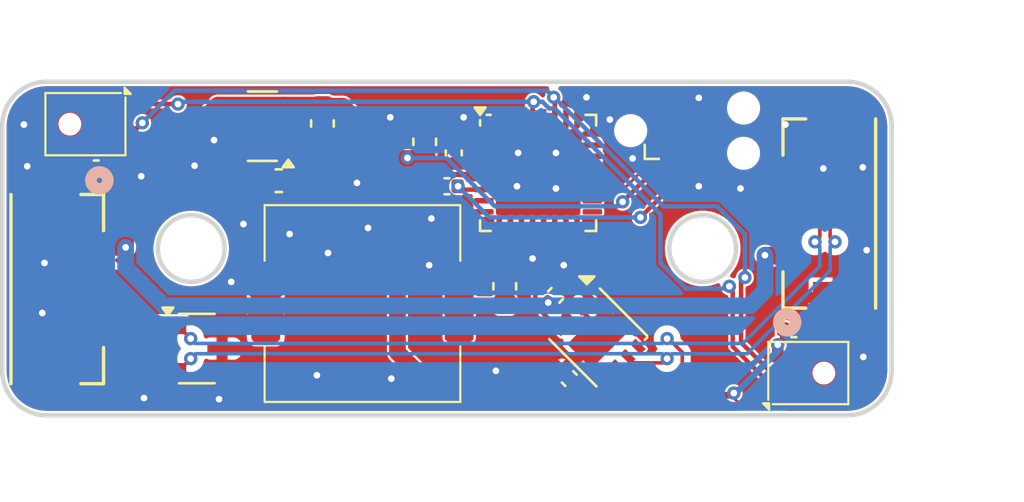
<source format=kicad_pcb>
(kicad_pcb (version 20241229) (generator "pcbnew") (generator_version "9.0")
  (layers (0 "F.Cu" signal) (4 "In1.Cu" signal) (6 "In2.Cu" signal) (2 "B.Cu" signal) (13 "F.Paste" user) (15 "B.Paste" user) (5 "F.SilkS" user "F.Silkscreen") (7 "B.SilkS" user "B.Silkscreen") (1 "F.Mask" user) (3 "B.Mask" user) (25 "Edge.Cuts" user))
  (net 0 "")
  (net 1 "+3V3")
  (net 2 "GND")
  (net 3 "+5V")
  (net 4 "Net-(C14-Pad2)")
  (net 5 "/RESET")
  (net 6 "/SWO")
  (net 7 "/SWDIO")
  (net 8 "/SWCLK")
  (net 9 "/I2S_CLK")
  (net 10 "/STBY")
  (net 11 "/CAN_RX")
  (net 15 "/CAN_TX")
  (net 18 "/SPEAKER")
  (net 22 "/I2S_SD")
  (net 36 "/CAN+")
  (net 37 "/CAN-")
  (footprint "Package_DFN_QFN:QFN-32-1EP_5x5mm_P0.5mm_EP3.45x3.45mm" (layer "F.Cu") (at 202.8 55.7)
    (property "Reference" "U2")
    (property "Value" "STM32G0B1KBUx")
    (fp_line (start -2.61 -2.135) (end -2.61 -2.37) (stroke (width 0.12)) (layer "F.SilkS"))
    (fp_line (start -2.61 2.61) (end -2.61 2.135) (stroke (width 0.12)) (layer "F.SilkS"))
    (fp_line (start -2.135 -2.61) (end -2.31 -2.61) (stroke (width 0.12)) (layer "F.SilkS"))
    (fp_line (start -2.135 2.61) (end -2.61 2.61) (stroke (width 0.12)) (layer "F.SilkS"))
    (fp_line (start 2.135 -2.61) (end 2.61 -2.61) (stroke (width 0.12)) (layer "F.SilkS"))
    (fp_line (start 2.135 2.61) (end 2.61 2.61) (stroke (width 0.12)) (layer "F.SilkS"))
    (fp_line (start 2.61 -2.61) (end 2.61 -2.135) (stroke (width 0.12)) (layer "F.SilkS"))
    (fp_line (start 2.61 2.61) (end 2.61 2.135) (stroke (width 0.12)) (layer "F.SilkS"))
    (fp_poly (pts (xy -2.61 -2.61) (xy -2.85 -2.94) (xy -2.37 -2.94)) (stroke (width 0.12)) (fill yes) (layer "F.SilkS"))
    (pad "1" smd roundrect (at -2.4375 -1.75) (size 0.875 0.25) (layers "F.Cu" "F.Mask" "F.Paste"))
    (pad "2" smd roundrect (at -2.4375 -1.25) (size 0.875 0.25) (layers "F.Cu" "F.Mask" "F.Paste"))
    (pad "3" smd roundrect (at -2.4375 -0.75) (size 0.875 0.25) (layers "F.Cu" "F.Mask" "F.Paste"))
    (pad "4" smd roundrect (at -2.4375 -0.25) (size 0.875 0.25) (layers "F.Cu" "F.Mask" "F.Paste") (net 1 "+3V3"))
    (pad "5" smd roundrect (at -2.4375 0.25) (size 0.875 0.25) (layers "F.Cu" "F.Mask" "F.Paste") (net 2 "GND"))
    (pad "6" smd roundrect (at -2.4375 0.75) (size 0.875 0.25) (layers "F.Cu" "F.Mask" "F.Paste") (net 5 "/RESET"))
    (pad "7" smd roundrect (at -2.4375 1.25) (size 0.875 0.25) (layers "F.Cu" "F.Mask" "F.Paste"))
    (pad "8" smd roundrect (at -2.4375 1.75) (size 0.875 0.25) (layers "F.Cu" "F.Mask" "F.Paste"))
    (pad "9" smd roundrect (at -1.75 2.4375) (size 0.25 0.875) (layers "F.Cu" "F.Mask" "F.Paste"))
    (pad "10" smd roundrect (at -1.25 2.4375) (size 0.25 0.875) (layers "F.Cu" "F.Mask" "F.Paste"))
    (pad "11" smd roundrect (at -0.75 2.4375) (size 0.25 0.875) (layers "F.Cu" "F.Mask" "F.Paste") (net 18 "/SPEAKER"))
    (pad "12" smd roundrect (at -0.25 2.4375) (size 0.25 0.875) (layers "F.Cu" "F.Mask" "F.Paste"))
    (pad "13" smd roundrect (at 0.25 2.4375) (size 0.25 0.875) (layers "F.Cu" "F.Mask" "F.Paste"))
    (pad "14" smd roundrect (at 0.75 2.4375) (size 0.25 0.875) (layers "F.Cu" "F.Mask" "F.Paste"))
    (pad "15" smd roundrect (at 1.25 2.4375) (size 0.25 0.875) (layers "F.Cu" "F.Mask" "F.Paste") (net 11 "/CAN_RX"))
    (pad "16" smd roundrect (at 1.75 2.4375) (size 0.25 0.875) (layers "F.Cu" "F.Mask" "F.Paste") (net 15 "/CAN_TX"))
    (pad "17" smd roundrect (at 2.4375 1.75) (size 0.875 0.25) (layers "F.Cu" "F.Mask" "F.Paste"))
    (pad "18" smd roundrect (at 2.4375 1.25) (size 0.875 0.25) (layers "F.Cu" "F.Mask" "F.Paste"))
    (pad "19" smd roundrect (at 2.4375 0.75) (size 0.875 0.25) (layers "F.Cu" "F.Mask" "F.Paste") (net 6 "/SWO"))
    (pad "20" smd roundrect (at 2.4375 0.25) (size 0.875 0.25) (layers "F.Cu" "F.Mask" "F.Paste"))
    (pad "21" smd roundrect (at 2.4375 -0.25) (size 0.875 0.25) (layers "F.Cu" "F.Mask" "F.Paste"))
    (pad "22" smd roundrect (at 2.4375 -0.75) (size 0.875 0.25) (layers "F.Cu" "F.Mask" "F.Paste"))
    (pad "23" smd roundrect (at 2.4375 -1.25) (size 0.875 0.25) (layers "F.Cu" "F.Mask" "F.Paste"))
    (pad "24" smd roundrect (at 2.4375 -1.75) (size 0.875 0.25) (layers "F.Cu" "F.Mask" "F.Paste") (net 7 "/SWDIO"))
    (pad "25" smd roundrect (at 1.75 -2.4375) (size 0.25 0.875) (layers "F.Cu" "F.Mask" "F.Paste") (net 8 "/SWCLK"))
    (pad "26" smd roundrect (at 1.25 -2.4375) (size 0.25 0.875) (layers "F.Cu" "F.Mask" "F.Paste"))
    (pad "27" smd roundrect (at 0.75 -2.4375) (size 0.25 0.875) (layers "F.Cu" "F.Mask" "F.Paste") (net 9 "/I2S_CLK"))
    (pad "28" smd roundrect (at 0.25 -2.4375) (size 0.25 0.875) (layers "F.Cu" "F.Mask" "F.Paste"))
    (pad "29" smd roundrect (at -0.25 -2.4375) (size 0.25 0.875) (layers "F.Cu" "F.Mask" "F.Paste") (net 22 "/I2S_SD"))
    (pad "30" smd roundrect (at -0.75 -2.4375) (size 0.25 0.875) (layers "F.Cu" "F.Mask" "F.Paste"))
    (pad "31" smd roundrect (at -1.25 -2.4375) (size 0.25 0.875) (layers "F.Cu" "F.Mask" "F.Paste"))
    (pad "32" smd roundrect (at -1.75 -2.4375) (size 0.25 0.875) (layers "F.Cu" "F.Mask" "F.Paste"))
    (pad "33" smd rect (at 0 0) (size 3.45 3.45) (property pad_prop_heatsink) (layers "F.Cu" "F.Mask") (net 2 "GND"))
  )
  (footprint "Connector:Tag-Connect_TC2030-IDC-NL_2x03_P1.27mm_Vertical" (layer "F.Cu") (at 209.5 53.8)
    (property "Reference" "J4")
    (property "Value" "Conn_ARM_SWD_TagConnect_TC2030-NL")
    (fp_line (start -1.905 1.27) (end -1.905 0.635) (stroke (width 0.12)) (layer "F.SilkS"))
    (fp_line (start -1.27 1.27) (end -1.905 1.27) (stroke (width 0.12)) (layer "F.SilkS"))
    (pad "" np_thru_hole circle (at -2.54 0) (size 0.9906 0.9906) (drill 0.9906) (layers "*.Cu" "*.Mask"))
    (pad "" np_thru_hole circle (at 2.54 -1.016) (size 0.9906 0.9906) (drill 0.9906) (layers "*.Cu" "*.Mask"))
    (pad "" np_thru_hole circle (at 2.54 1.016) (size 0.9906 0.9906) (drill 0.9906) (layers "*.Cu" "*.Mask"))
    (pad "1" connect circle (at -1.27 0.635) (size 0.7874 0.7874) (layers "F.Cu" "F.Mask") (net 1 "+3V3"))
    (pad "2" connect circle (at -1.27 -0.635) (size 0.7874 0.7874) (layers "F.Cu" "F.Mask") (net 7 "/SWDIO"))
    (pad "3" connect circle (at 0 0.635) (size 0.7874 0.7874) (layers "F.Cu" "F.Mask") (net 5 "/RESET"))
    (pad "4" connect circle (at 0 -0.635) (size 0.7874 0.7874) (layers "F.Cu" "F.Mask") (net 8 "/SWCLK"))
    (pad "5" connect circle (at 1.27 0.635) (size 0.7874 0.7874) (layers "F.Cu" "F.Mask") (net 2 "GND"))
    (pad "6" connect circle (at 1.27 -0.635) (size 0.7874 0.7874) (layers "F.Cu" "F.Mask") (net 6 "/SWO"))
    (zone (net 0) (net_name "") (layer "F.Cu") (connect_pads (clearance 0)) (min_thickness 0.254)
      (keepout (tracks allowed) (vias not_allowed) (pads allowed) (copperpour not_allowed) (footprints not_allowed))
      (fill (thermal_gap 0.508) (thermal_bridge_width 0.508))
      (polygon (pts (xy 210.77 53.165) (xy 208.23 53.165) (xy 208.23 54.435) (xy 210.77 54.435)))
    )
  )
  (footprint "Capacitor_SMD:C_0603_1608Metric" (layer "F.Cu") (at 197.7 54.3 90)
    (property "Reference" "C13")
    (property "Value" "4.7u")
    (fp_line (start -0.140581 -0.51) (end 0.140581 -0.51) (stroke (width 0.12)) (layer "F.SilkS"))
    (fp_line (start -0.140581 0.51) (end 0.140581 0.51) (stroke (width 0.12)) (layer "F.SilkS"))
    (pad "1" smd roundrect (at -0.775 0 90) (size 0.9 0.95) (layers "F.Cu" "F.Mask" "F.Paste") (net 1 "+3V3"))
    (pad "2" smd roundrect (at 0.775 0 90) (size 0.9 0.95) (layers "F.Cu" "F.Mask" "F.Paste") (net 2 "GND"))
  )
  (footprint "Package_TO_SOT_SMD:SOT-23" (layer "F.Cu") (at 190.4 53.6 180)
    (property "Reference" "U3")
    (property "Value" "MCP1792x-3302xCB")
    (fp_line (start 0 1.560001) (end 0.65 1.56) (stroke (width 0.12)) (layer "F.SilkS"))
    (fp_line (start 0 1.560001) (end -0.65 1.56) (stroke (width 0.12)) (layer "F.SilkS"))
    (fp_line (start 0 -1.560001) (end 0.65 -1.56) (stroke (width 0.12)) (layer "F.SilkS"))
    (fp_line (start 0 -1.560001) (end -0.65 -1.56) (stroke (width 0.12)) (layer "F.SilkS"))
    (fp_poly (pts (xy -1.1625 -1.51) (xy -1.4025 -1.84) (xy -0.9225 -1.839999)) (stroke (width 0.12)) (fill yes) (layer "F.SilkS"))
    (pad "1" smd roundrect (at -0.9375 -0.95 180) (size 1.475 0.6) (layers "F.Cu" "F.Mask" "F.Paste") (net 2 "GND"))
    (pad "2" smd roundrect (at -0.9375 0.95 180) (size 1.475 0.6) (layers "F.Cu" "F.Mask" "F.Paste") (net 1 "+3V3"))
    (pad "3" smd roundrect (at 0.937501 0 180) (size 1.475 0.6) (layers "F.Cu" "F.Mask" "F.Paste") (net 3 "+5V"))
  )
  (footprint "Package_TO_SOT_SMD:SOT-23-3" (layer "F.Cu") (at 187.45 63.6)
    (property "Reference" "D1")
    (property "Value" "CAN_TVS")
    (fp_line (start 0 -1.56) (end -0.8 -1.56) (stroke (width 0.12)) (layer "F.SilkS"))
    (fp_line (start 0 -1.56) (end 0.8 -1.56) (stroke (width 0.12)) (layer "F.SilkS"))
    (fp_line (start 0 1.56) (end -0.8 1.56) (stroke (width 0.12)) (layer "F.SilkS"))
    (fp_line (start 0 1.56) (end 0.8 1.56) (stroke (width 0.12)) (layer "F.SilkS"))
    (fp_poly (pts (xy -1.3 -1.51) (xy -1.54 -1.84) (xy -1.06 -1.84)) (stroke (width 0.12)) (fill yes) (layer "F.SilkS"))
    (pad "1" smd roundrect (at -1.1375 -0.95) (size 1.325 0.6) (layers "F.Cu" "F.Mask" "F.Paste") (net 37 "/CAN-"))
    (pad "2" smd roundrect (at -1.1375 0.95) (size 1.325 0.6) (layers "F.Cu" "F.Mask" "F.Paste") (net 36 "/CAN+"))
    (pad "3" smd roundrect (at 1.1375 0) (size 1.325 0.6) (layers "F.Cu" "F.Mask" "F.Paste") (net 2 "GND"))
  )
  (footprint "Capacitor_SMD:C_0402_1005Metric" (layer "F.Cu") (at 214.3 62.725 180)
    (property "Reference" "C16")
    (property "Value" "100n")
    (fp_line (start -0.107836 0.36) (end 0.107836 0.36) (stroke (width 0.12)) (layer "F.SilkS"))
    (fp_line (start -0.107836 -0.36) (end 0.107836 -0.36) (stroke (width 0.12)) (layer "F.SilkS"))
    (pad "1" smd roundrect (at -0.48 0 180) (size 0.56 0.62) (layers "F.Cu" "F.Mask" "F.Paste") (net 2 "GND"))
    (pad "2" smd roundrect (at 0.48 0 180) (size 0.56 0.62) (layers "F.Cu" "F.Mask" "F.Paste") (net 1 "+3V3"))
  )
  (footprint "Package_DFN_QFN:DFN-8-1EP_3x3mm_P0.65mm_EP1.55x2.4mm" (layer "F.Cu") (at 205.5 63.1 -45)
    (property "Reference" "U1")
    (property "Value" "MCP2542FDxMF")
    (fp_line (start -1.5 1.61) (end 1.5 1.61) (stroke (width 0.12)) (layer "F.SilkS"))
    (fp_line (start -1.5 -1.61) (end 1.5 -1.61) (stroke (width 0.12)) (layer "F.SilkS"))
    (fp_line (start 1.56 -1.56) (end 1.56 -1.41) (stroke (width 0.12)) (layer "F.SilkS"))
    (fp_poly (pts (xy -2.06 -1.34) (xy -2.54 -1.34) (xy -2.06 -1.82) (xy -2.06 -1.34)) (stroke (width 0.12)) (fill yes) (layer "F.SilkS"))
    (pad "1" smd rect (at -1.55 -0.975001 315) (size 0.65 0.35) (layers "F.Cu" "F.Mask" "F.Paste") (net 15 "/CAN_TX"))
    (pad "2" smd rect (at -1.55 -0.325 315) (size 0.65 0.35) (layers "F.Cu" "F.Mask" "F.Paste") (net 2 "GND"))
    (pad "3" smd rect (at -1.55 0.325 315) (size 0.65 0.35) (layers "F.Cu" "F.Mask" "F.Paste") (net 3 "+5V"))
    (pad "4" smd rect (at -1.55 0.975001 315) (size 0.65 0.35) (layers "F.Cu" "F.Mask" "F.Paste") (net 11 "/CAN_RX"))
    (pad "5" smd rect (at 1.55 0.975001 315) (size 0.65 0.35) (layers "F.Cu" "F.Mask" "F.Paste") (net 1 "+3V3"))
    (pad "6" smd rect (at 1.55 0.325 315) (size 0.65 0.35) (layers "F.Cu" "F.Mask" "F.Paste") (net 37 "/CAN-"))
    (pad "7" smd rect (at 1.55 -0.325 315) (size 0.65 0.35) (layers "F.Cu" "F.Mask" "F.Paste") (net 36 "/CAN+"))
    (pad "8" smd rect (at 1.55 -0.975001 315) (size 0.65 0.35) (layers "F.Cu" "F.Mask" "F.Paste") (net 10 "/STBY"))
    (pad "9" smd rect (at 0 0 315) (size 1.55 2.4) (layers "F.Cu" "F.Mask") (net 2 "GND"))
  )
  (footprint "goatworks-footprint-library:CONN04_5055670471_MOL" (layer "F.Cu") (at 181.175 60.925 90)
    (property "Reference" "J2")
    (property "Value" "Conn_01x04_MountingPin")
    (fp_line (start 4.2545 -2.0828) (end -4.2545 -2.0828) (stroke (width 0.1524)) (layer "F.SilkS"))
    (fp_line (start -4.2545 1.06235) (end -4.2545 2.0828) (stroke (width 0.1524)) (layer "F.SilkS"))
    (fp_line (start 4.2545 2.0828) (end 4.2545 1.06235) (stroke (width 0.1524)) (layer "F.SilkS"))
    (fp_line (start 2.62684 2.0828) (end 4.2545 2.0828) (stroke (width 0.1524)) (layer "F.SilkS"))
    (fp_line (start -4.2545 2.0828) (end -2.62684 2.0828) (stroke (width 0.1524)) (layer "F.SilkS"))
    (fp_circle (center 4.8895 1.8942) (end 5.2705 1.8942) (stroke (width 0.508)) (fill no) (layer "F.SilkS"))
    (fp_circle (center 4.8895 1.8942) (end 5.2705 1.8942) (stroke (width 0.508)) (fill no) (layer "B.SilkS"))
    (pad "1" smd rect (at 1.875 1.8942 90) (size 0.8382 1.2954) (layers "F.Cu" "F.Mask" "F.Paste") (net 3 "+5V"))
    (pad "2" smd rect (at 0.625 1.8942 90) (size 0.8382 1.2954) (layers "F.Cu" "F.Mask" "F.Paste") (net 2 "GND"))
    (pad "3" smd rect (at -0.625 1.8942 90) (size 0.8382 1.2954) (layers "F.Cu" "F.Mask" "F.Paste") (net 37 "/CAN-"))
    (pad "4" smd rect (at -1.875 1.8942 90) (size 0.8382 1.2954) (layers "F.Cu" "F.Mask" "F.Paste") (net 36 "/CAN+"))
    (pad "MP" smd rect (at -3.775001 -0.40069 90) (size 1.397 2.2606) (layers "F.Cu" "F.Mask" "F.Paste") (net 2 "GND"))
    (pad "MP" smd rect (at 3.775001 -0.40069 90) (size 1.397 2.2606) (layers "F.Cu" "F.Mask" "F.Paste") (net 2 "GND"))
  )
  (footprint "goatworks-footprint-library:PKMCS0909E4000-R1" (layer "F.Cu") (at 194.9 61.6 180)
    (property "Reference" "LS1")
    (property "Value" "Speaker_Crystal")
    (fp_line (start 4.4 4.45) (end -4.4 4.45) (stroke (width 0.1)) (layer "F.SilkS"))
    (fp_line (start 4.4 1.95) (end 4.4 4.45) (stroke (width 0.1)) (layer "F.SilkS"))
    (fp_line (start 4.4 -4.4) (end 4.4 -1.9) (stroke (width 0.1)) (layer "F.SilkS"))
    (fp_line (start -4.4 4.45) (end -4.4 1.95) (stroke (width 0.1)) (layer "F.SilkS"))
    (fp_line (start -4.4 -1.9) (end -4.4 -4.4) (stroke (width 0.1)) (layer "F.SilkS"))
    (fp_line (start -4.4 -4.4) (end 4.4 -4.4) (stroke (width 0.1)) (layer "F.SilkS"))
    (pad "1" smd roundrect (at 4.349999 0 180) (size 1.3 3.4) (layers "F.Cu" "F.Mask" "F.Paste") (roundrect_rratio 0.15) (net 2 "GND"))
    (pad "2" smd roundrect (at -4.349999 0 180) (size 1.3 3.4) (layers "F.Cu" "F.Mask" "F.Paste") (roundrect_rratio 0.15) (net 4 "Net-(C14-Pad2)"))
  )
  (footprint "Capacitor_SMD:C_0603_1608Metric" (layer "F.Cu") (at 201.3 60.8 -90)
    (property "Reference" "C14")
    (property "Value" "4.7u")
    (fp_line (start -0.140581 0.51) (end 0.140581 0.51) (stroke (width 0.12)) (layer "F.SilkS"))
    (fp_line (start -0.140581 -0.51) (end 0.140581 -0.51) (stroke (width 0.12)) (layer "F.SilkS"))
    (pad "1" smd roundrect (at -0.775 0 270) (size 0.9 0.95) (layers "F.Cu" "F.Mask" "F.Paste") (net 18 "/SPEAKER"))
    (pad "2" smd roundrect (at 0.775 0 270) (size 0.9 0.95) (layers "F.Cu" "F.Mask" "F.Paste") (net 4 "Net-(C14-Pad2)"))
  )
  (footprint "Capacitor_SMD:C_0402_1005Metric" (layer "F.Cu") (at 199.006129 54.8 90)
    (property "Reference" "C12")
    (property "Value" "100n")
    (fp_line (start -0.107836 -0.36) (end 0.107836 -0.36) (stroke (width 0.12)) (layer "F.SilkS"))
    (fp_line (start -0.107836 0.36) (end 0.107836 0.36) (stroke (width 0.12)) (layer "F.SilkS"))
    (pad "1" smd roundrect (at -0.48 0 90) (size 0.56 0.62) (layers "F.Cu" "F.Mask" "F.Paste") (net 1 "+3V3"))
    (pad "2" smd roundrect (at 0.48 0 90) (size 0.56 0.62) (layers "F.Cu" "F.Mask" "F.Paste") (net 2 "GND"))
  )
  (footprint "Capacitor_SMD:C_0603_1608Metric" (layer "F.Cu") (at 193.1 53.475 -90)
    (property "Reference" "C1")
    (property "Value" "2.2u")
    (fp_line (start -0.140581 0.51) (end 0.140581 0.51) (stroke (width 0.12)) (layer "F.SilkS"))
    (fp_line (start -0.140581 -0.51) (end 0.140581 -0.51) (stroke (width 0.12)) (layer "F.SilkS"))
    (pad "1" smd roundrect (at -0.775 0 270) (size 0.9 0.95) (layers "F.Cu" "F.Mask" "F.Paste") (net 1 "+3V3"))
    (pad "2" smd roundrect (at 0.775 0 270) (size 0.9 0.95) (layers "F.Cu" "F.Mask" "F.Paste") (net 2 "GND"))
  )
  (footprint "Capacitor_SMD:C_0402_1005Metric" (layer "F.Cu") (at 198.7 56.3)
    (property "Reference" "C11")
    (property "Value" "100n")
    (fp_line (start -0.107836 -0.36) (end 0.107836 -0.36) (stroke (width 0.12)) (layer "F.SilkS"))
    (fp_line (start -0.107836 0.36) (end 0.107836 0.36) (stroke (width 0.12)) (layer "F.SilkS"))
    (pad "1" smd roundrect (at -0.48 0) (size 0.56 0.62) (layers "F.Cu" "F.Mask" "F.Paste") (net 2 "GND"))
    (pad "2" smd roundrect (at 0.48 0) (size 0.56 0.62) (layers "F.Cu" "F.Mask" "F.Paste") (net 5 "/RESET"))
  )
  (footprint "goatworks-footprint-library:T3902" (layer "F.Cu") (at 181.7425 53.5075 180)
    (property "Reference" "M3" (hide yes))
    (property "Value" "~" (hide yes))
    (fp_line (start 1.1 1.4) (end -2.3 1.4) (stroke (width 0.1)) (layer "F.SilkS"))
    (fp_line (start 1.1 -1.4) (end 1.1 1.4) (stroke (width 0.1)) (layer "F.SilkS"))
    (fp_line (start -2.499999 -1.4) (end 1.1 -1.4) (stroke (width 0.1)) (layer "F.SilkS"))
    (fp_line (start -2.499999 -1.4) (end -2.5 1.2) (stroke (width 0.1)) (layer "F.SilkS"))
    (fp_poly (pts (xy -2.46 1.36) (xy -2.46 1.64) (xy -2.74 1.36) (xy -2.46 1.36)) (stroke (width 0.1)) (fill yes) (layer "F.SilkS"))
    (pad "" np_thru_hole circle (at 0 0 180) (size 0.422 0.422) (drill 0.6) (layers "F&B.Cu" "*.Mask"))
    (pad "1" smd roundrect (at -2.074 0.837499 180) (size 0.522 0.725) (layers "F.Cu" "F.Mask") (roundrect_rratio 0.125) (net 22 "/I2S_SD"))
    (pad "2" smd roundrect (at -1.252 0.8375 180) (size 0.522 0.725) (layers "F.Cu" "F.Mask") (roundrect_rratio 0.125) (net 2 "GND"))
    (pad "3" smd custom (at 0 -0.6625 180) (size 0.3 0.3) (layers "F.Cu" "F.Mask") (net 2 "GND") (options (clearance outline) (anchor circle)) (primitives (gr_circle (center 0 0.6625) (end 0.6625 0.6625) (width 0.3) (fill no))))
    (pad "4" smd roundrect (at -1.252 -0.8375 180) (size 0.522 0.725) (layers "F.Cu" "F.Mask") (roundrect_rratio 0.125) (net 9 "/I2S_CLK"))
    (pad "5" smd roundrect (at -2.074 -0.837499 180) (size 0.522 0.725) (layers "F.Cu" "F.Mask") (roundrect_rratio 0.125) (net 1 "+3V3"))
  )
  (footprint "Capacitor_SMD:C_0603_1608Metric" (layer "F.Cu") (at 191.1375 56.05)
    (property "Reference" "C2")
    (property "Value" "2.2u")
    (fp_line (start -0.140581 -0.51) (end 0.140581 -0.51) (stroke (width 0.12)) (layer "F.SilkS"))
    (fp_line (start -0.140581 0.51) (end 0.140581 0.51) (stroke (width 0.12)) (layer "F.SilkS"))
    (pad "1" smd roundrect (at -0.775 0) (size 0.9 0.95) (layers "F.Cu" "F.Mask" "F.Paste") (net 3 "+5V"))
    (pad "2" smd roundrect (at 0.775 0) (size 0.9 0.95) (layers "F.Cu" "F.Mask" "F.Paste") (net 2 "GND"))
  )
  (footprint "Capacitor_SMD:C_0402_1005Metric" (layer "F.Cu") (at 203.579792 61.205546 45)
    (property "Reference" "C9")
    (property "Value" "100n")
    (fp_line (start -0.107836 -0.36) (end 0.107836 -0.36) (stroke (width 0.12)) (layer "F.SilkS"))
    (fp_line (start -0.107836 0.36) (end 0.107836 0.36) (stroke (width 0.12)) (layer "F.SilkS"))
    (pad "1" smd roundrect (at -0.48 0 45) (size 0.56 0.62) (layers "F.Cu" "F.Mask" "F.Paste") (net 3 "+5V"))
    (pad "2" smd roundrect (at 0.48 0 45) (size 0.56 0.62) (layers "F.Cu" "F.Mask" "F.Paste") (net 2 "GND"))
  )
  (footprint "goatworks-footprint-library:T3902" (layer "F.Cu") (at 215.65 64.7)
    (property "Reference" "M4" (hide yes))
    (property "Value" "~" (hide yes))
    (fp_line (start -2.499999 -1.4) (end -2.5 1.2) (stroke (width 0.1)) (layer "F.SilkS"))
    (fp_line (start -2.499999 -1.4) (end 1.1 -1.4) (stroke (width 0.1)) (layer "F.SilkS"))
    (fp_line (start 1.1 -1.4) (end 1.1 1.4) (stroke (width 0.1)) (layer "F.SilkS"))
    (fp_line (start 1.1 1.4) (end -2.3 1.4) (stroke (width 0.1)) (layer "F.SilkS"))
    (fp_poly (pts (xy -2.46 1.36) (xy -2.46 1.64) (xy -2.74 1.36) (xy -2.46 1.36)) (stroke (width 0.1)) (fill yes) (layer "F.SilkS"))
    (pad "" np_thru_hole circle (at 0 0) (size 0.422 0.422) (drill 0.6) (layers "F&B.Cu" "*.Mask"))
    (pad "1" smd roundrect (at -2.074 0.837499) (size 0.522 0.725) (layers "F.Cu" "F.Mask") (roundrect_rratio 0.125) (net 22 "/I2S_SD"))
    (pad "2" smd roundrect (at -1.252 0.8375) (size 0.522 0.725) (layers "F.Cu" "F.Mask") (roundrect_rratio 0.125) (net 1 "+3V3"))
    (pad "3" smd custom (at 0 -0.6625) (size 0.3 0.3) (layers "F.Cu" "F.Mask") (net 2 "GND") (options (clearance outline) (anchor circle)) (primitives (gr_circle (center 0 0.6625) (end 0.6625 0.6625) (width 0.3) (fill no))))
    (pad "4" smd roundrect (at -1.252 -0.8375) (size 0.522 0.725) (layers "F.Cu" "F.Mask") (roundrect_rratio 0.125) (net 9 "/I2S_CLK"))
    (pad "5" smd roundrect (at -2.074 -0.837499) (size 0.522 0.725) (layers "F.Cu" "F.Mask") (roundrect_rratio 0.125) (net 1 "+3V3"))
  )
  (footprint "goatworks-footprint-library:CONN04_5055670471_MOL" (layer "F.Cu") (at 215.8942 57.525 -90)
    (property "Reference" "J1")
    (property "Value" "Conn_01x04_MountingPin")
    (fp_line (start -4.2545 2.0828) (end -2.62684 2.0828) (stroke (width 0.1524)) (layer "F.SilkS"))
    (fp_line (start 2.62684 2.0828) (end 4.2545 2.0828) (stroke (width 0.1524)) (layer "F.SilkS"))
    (fp_line (start 4.2545 2.0828) (end 4.2545 1.06235) (stroke (width 0.1524)) (layer "F.SilkS"))
    (fp_line (start -4.2545 1.06235) (end -4.2545 2.0828) (stroke (width 0.1524)) (layer "F.SilkS"))
    (fp_line (start 4.2545 -2.0828) (end -4.2545 -2.0828) (stroke (width 0.1524)) (layer "F.SilkS"))
    (fp_circle (center 4.8895 1.8942) (end 5.2705 1.8942) (stroke (width 0.508)) (fill no) (layer "F.SilkS"))
    (fp_circle (center 4.8895 1.8942) (end 5.2705 1.8942) (stroke (width 0.508)) (fill no) (layer "B.SilkS"))
    (pad "1" smd rect (at 1.875 1.8942 270) (size 0.8382 1.2954) (layers "F.Cu" "F.Mask" "F.Paste") (net 3 "+5V"))
    (pad "2" smd rect (at 0.625 1.8942 270) (size 0.8382 1.2954) (layers "F.Cu" "F.Mask" "F.Paste") (net 2 "GND"))
    (pad "3" smd rect (at -0.625 1.8942 270) (size 0.8382 1.2954) (layers "F.Cu" "F.Mask" "F.Paste") (net 37 "/CAN-"))
    (pad "4" smd rect (at -1.875 1.8942 270) (size 0.8382 1.2954) (layers "F.Cu" "F.Mask" "F.Paste") (net 36 "/CAN+"))
    (pad "MP" smd rect (at -3.775001 -0.40069 270) (size 1.397 2.2606) (layers "F.Cu" "F.Mask" "F.Paste") (net 2 "GND"))
    (pad "MP" smd rect (at 3.775001 -0.40069 270) (size 1.397 2.2606) (layers "F.Cu" "F.Mask" "F.Paste") (net 2 "GND"))
  )
  (footprint "Capacitor_SMD:C_0402_1005Metric" (layer "F.Cu") (at 182.925 55.5)
    (property "Reference" "C15")
    (property "Value" "100n")
    (fp_line (start -0.107836 -0.36) (end 0.107836 -0.36) (stroke (width 0.12)) (layer "F.SilkS"))
    (fp_line (start -0.107836 0.36) (end 0.107836 0.36) (stroke (width 0.12)) (layer "F.SilkS"))
    (pad "1" smd roundrect (at -0.48 0) (size 0.56 0.62) (layers "F.Cu" "F.Mask" "F.Paste") (net 2 "GND"))
    (pad "2" smd roundrect (at 0.48 0) (size 0.56 0.62) (layers "F.Cu" "F.Mask" "F.Paste") (net 1 "+3V3"))
  )
  (footprint "Capacitor_SMD:C_0402_1005Metric" (layer "F.Cu") (at 204.2 64.95 135)
    (property "Reference" "C10")
    (property "Value" "100n")
    (fp_line (start -0.107836 -0.36) (end 0.107836 -0.36) (stroke (width 0.12)) (layer "F.SilkS"))
    (fp_line (start -0.107836 0.36) (end 0.107836 0.36) (stroke (width 0.12)) (layer "F.SilkS"))
    (pad "1" smd roundrect (at -0.48 0 135) (size 0.56 0.62) (layers "F.Cu" "F.Mask" "F.Paste") (net 1 "+3V3"))
    (pad "2" smd roundrect (at 0.48 0 135) (size 0.56 0.62) (layers "F.Cu" "F.Mask" "F.Paste") (net 2 "GND"))
  )
  (gr_line (start 218.7 53.600002) (end 218.7 64.600002) (stroke (width 0.2)) (layer "Edge.Cuts"))
  (gr_line (start 216.7 66.600002) (end 180.699998 66.600002) (stroke (width 0.2)) (layer "Edge.Cuts"))
  (gr_arc (start 216.7 51.600002) (mid 218.114214 52.185788) (end 218.7 53.600002) (stroke (width 0.2)) (layer "Edge.Cuts"))
  (gr_circle (center 210.2 59.100002) (end 211.7 59.100002) (stroke (width 0.2)) (fill no) (layer "Edge.Cuts"))
  (gr_line (start 216.7 51.600002) (end 180.699998 51.600002) (stroke (width 0.2)) (layer "Edge.Cuts"))
  (gr_line (start 178.7 53.6) (end 178.7 64.600004) (stroke (width 0.2)) (layer "Edge.Cuts"))
  (gr_circle (center 187.2 59.100002) (end 188.7 59.100002) (stroke (width 0.2)) (fill no) (layer "Edge.Cuts"))
  (gr_arc (start 218.7 64.600002) (mid 218.114214 66.014216) (end 216.7 66.600002) (stroke (width 0.2)) (layer "Edge.Cuts"))
  (gr_arc (start 178.7 53.6) (mid 179.285786 52.185788) (end 180.699998 51.600002) (stroke (width 0.2)) (layer "Edge.Cuts"))
  (gr_arc (start 180.699998 66.600002) (mid 179.285786 66.014216) (end 178.7 64.600004) (stroke (width 0.2)) (layer "Edge.Cuts"))
  (segment (start 191.3375 52.65) (end 193.05 52.65) (width 0.75) (layer "F.Cu") (net 1))
  (segment (start 213.872001 66.063499) (end 214.398 65.5375) (width 0.125) (layer "F.Cu") (net 1))
  (segment (start 196.475 55.175) (end 196.475 63.775) (width 0.75) (layer "F.Cu") (net 1))
  (segment (start 200.3625 55.45) (end 199.176129 55.45) (width 0.2) (layer "F.Cu") (net 1))
  (segment (start 191.3375 52.65) (end 188.4 52.65) (width 0.75) (layer "F.Cu") (net 1))
  (segment (start 205.50262 65.289411) (end 205.888202 64.903829) (width 0.4) (layer "F.Cu") (net 1))
  (segment (start 188.4 52.65) (end 186.705001 54.344999) (width 0.75) (layer "F.Cu") (net 1))
  (segment (start 204.539411 65.289411) (end 205.50262 65.289411) (width 0.4) (layer "F.Cu") (net 1))
  (segment (start 211.6 65.825) (end 211.838499 66.063499) (width 0.125) (layer "F.Cu") (net 1))
  (segment (start 198.275 65.575) (end 204.253822 65.575) (width 0.75) (layer "F.Cu") (net 1))
  (segment (start 198.986129 55.3) (end 199.006129 55.28) (width 0.4) (layer "F.Cu") (net 1))
  (segment (start 183.8165 55.0885) (end 183.8165 54.344999) (width 0.3) (layer "F.Cu") (net 1))
  (segment (start 213.82 63.18) (end 213.82 62.725) (width 0.3) (layer "F.Cu") (net 1))
  (segment (start 206.721141 65.7) (end 205.906586 64.885445) (width 0.3) (layer "F.Cu") (net 1))
  (segment (start 208.23 55.37) (end 206.6 57) (width 0.2) (layer "F.Cu") (net 1))
  (segment (start 197.675 55.05) (end 197.7 55.075) (width 0.75) (layer "F.Cu") (net 1))
  (segment (start 183.405 55.5) (end 183.8165 55.0885) (width 0.3) (layer "F.Cu") (net 1))
  (segment (start 193.1 52.7) (end 194 52.7) (width 0.75) (layer "F.Cu") (net 1))
  (segment (start 213.575 63.425) (end 213.82 63.18) (width 0.3) (layer "F.Cu") (net 1))
  (segment (start 208.23 54.435) (end 208.23 55.37) (width 0.2) (layer "F.Cu") (net 1))
  (segment (start 196.475 55.175) (end 196.6 55.05) (width 0.75) (layer "F.Cu") (net 1))
  (segment (start 204.253822 65.575) (end 204.539411 65.289411) (width 0.75) (layer "F.Cu") (net 1))
  (segment (start 211.6 65.6) (end 211.6 65.825) (width 0.125) (layer "F.Cu") (net 1))
  (segment (start 194 52.7) (end 196.475 55.175) (width 0.75) (layer "F.Cu") (net 1))
  (segment (start 199.176129 55.45) (end 199.006129 55.28) (width 0.2) (layer "F.Cu") (net 1))
  (segment (start 211.838499 66.063499) (end 213.872001 66.063499) (width 0.125) (layer "F.Cu") (net 1))
  (segment (start 211.5 65.7) (end 206.721141 65.7) (width 0.3) (layer "F.Cu") (net 1))
  (segment (start 211.6 65.6) (end 211.5 65.7) (width 0.3) (layer "F.Cu") (net 1))
  (segment (start 197.825 55.3) (end 198.986129 55.3) (width 0.4) (layer "F.Cu") (net 1))
  (segment (start 193.05 52.65) (end 193.1 52.7) (width 0.75) (layer "F.Cu") (net 1))
  (segment (start 197.7 55.075) (end 197.7 55.175) (width 0.4) (layer "F.Cu") (net 1))
  (segment (start 197.7 55.175) (end 197.825 55.3) (width 0.4) (layer "F.Cu") (net 1))
  (segment (start 196.475 63.775) (end 198.275 65.575) (width 0.75) (layer "F.Cu") (net 1))
  (segment (start 196.6 55.05) (end 197.675 55.05) (width 0.75) (layer "F.Cu") (net 1))
  (segment (start 186.705001 54.344999) (end 183.8165 54.344999) (width 0.75) (layer "F.Cu") (net 1))
  (via (at 211.6 65.6) (size 0.6) (drill 0.3) (layers "F.Cu" "B.Cu") (net 1))
  (via (at 196.925 55.025) (size 0.6) (drill 0.3) (layers "F.Cu" "B.Cu") (net 1))
  (via (at 206.6 57) (size 0.6) (drill 0.3) (layers "F.Cu" "B.Cu") (net 1))
  (via (at 213.575 63.425) (size 0.6) (drill 0.3) (layers "F.Cu" "B.Cu") (net 1))
  (segment (start 211.6 65.6) (end 211.6916 65.6) (width 0.3) (layer "B.Cu") (net 1))
  (segment (start 206.4 57.2) (end 206.6 57) (width 0.2) (layer "B.Cu") (net 1))
  (segment (start 198.675 55.025) (end 200.85 57.2) (width 0.2) (layer "B.Cu") (net 1))
  (segment (start 213.575 63.7166) (end 213.575 63.425) (width 0.3) (layer "B.Cu") (net 1))
  (segment (start 211.6916 65.6) (end 213.575 63.7166) (width 0.3) (layer "B.Cu") (net 1))
  (segment (start 196.925 55.025) (end 198.675 55.025) (width 0.2) (layer "B.Cu") (net 1))
  (segment (start 200.85 57.2) (end 206.4 57.2) (width 0.2) (layer "B.Cu") (net 1))
  (segment (start 205.5 62.640381) (end 205.5 63.1) (width 0.2) (layer "F.Cu") (net 2))
  (segment (start 204.633794 61.774175) (end 205.5 62.640381) (width 0.2) (layer "F.Cu") (net 2))
  (segment (start 203.919203 60.866135) (end 203.919203 61.059584) (width 0.2) (layer "F.Cu") (net 2))
  (segment (start 203.919203 61.059584) (end 204.633794 61.774175) (width 0.2) (layer "F.Cu") (net 2))
  (via (at 199.45 53.2) (size 0.6) (drill 0.3) (layers "F.Cu" "B.Cu") (net 2))
  (via (at 179.825 55.4) (size 0.6) (drill 0.3) (layers "F.Cu" "B.Cu") (net 2))
  (via (at 200.9 64.6) (size 0.6) (drill 0.3) (layers "F.Cu" "B.Cu") (net 2))
  (via (at 203.95 59.85) (size 0.6) (drill 0.3) (layers "F.Cu" "B.Cu") (net 2))
  (via (at 188.225 54.225) (size 0.6) (drill 0.3) (layers "F.Cu" "B.Cu") (net 2))
  (via (at 210.025 52.325) (size 0.6) (drill 0.3) (layers "F.Cu" "B.Cu") (net 2))
  (via (at 206.025 53.3) (size 0.6) (drill 0.3) (layers "F.Cu" "B.Cu") (net 2))
  (via (at 211.9 56.4) (size 0.6) (drill 0.3) (layers "F.Cu" "B.Cu") (net 2))
  (via (at 189.55 58) (size 0.6) (drill 0.3) (layers "F.Cu" "B.Cu") (net 2))
  (via (at 179.675 53.525) (size 0.6) (drill 0.3) (layers "F.Cu" "B.Cu") (net 2))
  (via (at 180.6 59.75) (size 0.6) (drill 0.3) (layers "F.Cu" "B.Cu") (net 2))
  (via (at 191.625 58.45) (size 0.6) (drill 0.3) (layers "F.Cu" "B.Cu") (net 2))
  (via (at 195.15 58.175) (size 0.6) (drill 0.3) (layers "F.Cu" "B.Cu") (net 2))
  (via (at 215.625 55.5) (size 0.6) (drill 0.3) (layers "F.Cu" "B.Cu") (net 2))
  (via (at 203.6 56.4) (size 0.6) (drill 0.3) (layers "F.Cu" "B.Cu") (net 2))
  (via (at 193.35 59.3) (size 0.6) (drill 0.3) (layers "F.Cu" "B.Cu") (net 2))
  (via (at 207.05 55.05) (size 0.6) (drill 0.3) (layers "F.Cu" "B.Cu") (net 2))
  (via (at 189 60.6) (size 0.6) (drill 0.3) (layers "F.Cu" "B.Cu") (net 2))
  (via (at 187.35 55.375) (size 0.6) (drill 0.3) (layers "F.Cu" "B.Cu") (net 2))
  (via (at 180.5 62) (size 0.6) (drill 0.3) (layers "F.Cu" "B.Cu") (net 2))
  (via (at 197.9 59.85) (size 0.6) (drill 0.3) (layers "F.Cu" "B.Cu") (net 2))
  (via (at 217.575 59.175) (size 0.6) (drill 0.3) (layers "F.Cu" "B.Cu") (net 2))
  (via (at 198 57.75) (size 0.6) (drill 0.3) (layers "F.Cu" "B.Cu") (net 2))
  (via (at 217.4 55.45) (size 0.6) (drill 0.3) (layers "F.Cu" "B.Cu") (net 2))
  (via (at 194.65 56.15) (size 0.6) (drill 0.3) (layers "F.Cu" "B.Cu") (net 2))
  (via (at 203.6 54.8) (size 0.6) (drill 0.3) (layers "F.Cu" "B.Cu") (net 2))
  (via (at 192.85 64.8) (size 0.6) (drill 0.3) (layers "F.Cu" "B.Cu") (net 2))
  (via (at 204.975 52.3) (size 0.6) (drill 0.3) (layers "F.Cu" "B.Cu") (net 2))
  (via (at 184.95 55.85) (size 0.6) (drill 0.3) (layers "F.Cu" "B.Cu") (net 2))
  (via (at 201.9 54.8) (size 0.6) (drill 0.3) (layers "F.Cu" "B.Cu") (net 2))
  (via (at 217.425 63.975) (size 0.6) (drill 0.3) (layers "F.Cu" "B.Cu") (net 2))
  (via (at 196.2 64.95) (size 0.6) (drill 0.3) (layers "F.Cu" "B.Cu") (net 2))
  (via (at 185.075 65.825) (size 0.6) (drill 0.3) (layers "F.Cu" "B.Cu") (net 2))
  (via (at 196.15 53.2) (size 0.6) (drill 0.3) (layers "F.Cu" "B.Cu") (net 2))
  (via (at 202.55 59.55) (size 0.6) (drill 0.3) (layers "F.Cu" "B.Cu") (net 2))
  (via (at 201.85 56.3) (size 0.6) (drill 0.3) (layers "F.Cu" "B.Cu") (net 2))
  (via (at 188.45 65.875) (size 0.6) (drill 0.3) (layers "F.Cu" "B.Cu") (net 2))
  (via (at 210.025 56.3) (size 0.6) (drill 0.3) (layers "F.Cu" "B.Cu") (net 2))
  (via (at 213.925 53.525) (size 0.6) (drill 0.3) (layers "F.Cu" "B.Cu") (net 2))
  (segment (start 213 59.4) (end 214 59.4) (width 0.75) (layer "F.Cu") (net 3))
  (segment (start 188.3 56) (end 188.35 56.05) (width 0.75) (layer "F.Cu") (net 3))
  (segment (start 189.462499 54.837501) (end 189.462499 53.6) (width 0.75) (layer "F.Cu") (net 3))
  (segment (start 183.0692 59.05) (end 184.25 59.05) (width 0.75) (layer "F.Cu") (net 3))
  (segment (start 184.25 59.05) (end 184.25 58.55) (width 0.75) (layer "F.Cu") (net 3))
  (segment (start 188.3 56) (end 189.462499 54.837501) (width 0.75) (layer "F.Cu") (net 3))
  (segment (start 203.240381 61.544957) (end 203.485338 61.544957) (width 0.2) (layer "F.Cu") (net 3))
  (segment (start 203.240381 61.544957) (end 203.253816 61.531522) (width 0.2) (layer "F.Cu") (net 3))
  (segment (start 186.1 56.7) (end 187.6 56.7) (width 0.75) (layer "F.Cu") (net 3))
  (segment (start 187.6 56.7) (end 188.3 56) (width 0.75) (layer "F.Cu") (net 3))
  (segment (start 203.485338 61.544957) (end 204.174175 62.233794) (width 0.2) (layer "F.Cu") (net 3))
  (segment (start 188.35 56.05) (end 190.3625 56.05) (width 0.75) (layer "F.Cu") (net 3))
  (segment (start 184.25 58.55) (end 186.1 56.7) (width 0.75) (layer "F.Cu") (net 3))
  (via (at 213 59.4) (size 0.6) (drill 0.3) (layers "F.Cu" "B.Cu") (net 3))
  (via (at 203.253816 61.531522) (size 0.6) (drill 0.3) (layers "F.Cu" "B.Cu") (net 3))
  (via (at 184.25 59.05) (size 0.6) (drill 0.3) (layers "F.Cu" "B.Cu") (net 3))
  (segment (start 213 61) (end 212.326 61.674) (width 0.75) (layer "B.Cu") (net 3))
  (segment (start 213 59.4) (end 213 61) (width 0.75) (layer "B.Cu") (net 3))
  (segment (start 185.974 61.674) (end 184.25 59.95) (width 0.75) (layer "B.Cu") (net 3))
  (segment (start 184.25 59.95) (end 184.25 59.05) (width 0.75) (layer "B.Cu") (net 3))
  (segment (start 212.326 61.674) (end 185.974 61.674) (width 0.75) (layer "B.Cu") (net 3))
  (segment (start 201.225 61.6) (end 199.249998 61.6) (width 0.5) (layer "F.Cu") (net 4))
  (segment (start 201.3 61.675) (end 201.225 61.6) (width 0.2) (layer "F.Cu") (net 4))
  (segment (start 207.4 57.7) (end 209.5 55.6) (width 0.2) (layer "F.Cu") (net 5))
  (segment (start 199.33 56.45) (end 199.18 56.3) (width 0.2) (layer "F.Cu") (net 5))
  (segment (start 209.5 55.6) (end 209.5 54.435) (width 0.2) (layer "F.Cu") (net 5))
  (segment (start 200.3625 56.45) (end 199.33 56.45) (width 0.2) (layer "F.Cu") (net 5))
  (via (at 207.4 57.7) (size 0.6) (drill 0.3) (layers "F.Cu" "B.Cu") (net 5))
  (via (at 199.2 56.3) (size 0.6) (drill 0.3) (layers "F.Cu" "B.Cu") (net 5))
  (segment (start 207.4 57.7) (end 200.6 57.7) (width 0.2) (layer "B.Cu") (net 5))
  (segment (start 200.6 57.7) (end 199.2 56.3) (width 0.2) (layer "B.Cu") (net 5))
  (segment (start 207.6728 55.4022) (end 206.625 56.45) (width 0.125) (layer "F.Cu") (net 6))
  (segment (start 210.0572 53.8778) (end 207.9992 53.8778) (width 0.125) (layer "F.Cu") (net 6))
  (segment (start 206.625 56.45) (end 205.2375 56.45) (width 0.125) (layer "F.Cu") (net 6))
  (segment (start 210.77 53.165) (end 210.0572 53.8778) (width 0.125) (layer "F.Cu") (net 6))
  (segment (start 207.6728 54.2042) (end 207.6728 55.4022) (width 0.125) (layer "F.Cu") (net 6))
  (segment (start 207.9992 53.8778) (end 207.6728 54.2042) (width 0.125) (layer "F.Cu") (net 6))
  (segment (start 205.2375 53.95) (end 205.2375 53.2125) (width 0.2) (layer "F.Cu") (net 7))
  (segment (start 207.715 52.65) (end 208.23 53.165) (width 0.2) (layer "F.Cu") (net 7))
  (segment (start 205.2375 53.2125) (end 205.8 52.65) (width 0.2) (layer "F.Cu") (net 7))
  (segment (start 205.8 52.65) (end 207.715 52.65) (width 0.2) (layer "F.Cu") (net 7))
  (segment (start 209.5 53.165) (end 208.685 52.35) (width 0.2) (layer "F.Cu") (net 8))
  (segment (start 205.675 52.35) (end 204.7625 53.2625) (width 0.2) (layer "F.Cu") (net 8))
  (segment (start 204.7625 53.2625) (end 204.55 53.2625) (width 0.2) (layer "F.Cu") (net 8))
  (segment (start 208.685 52.35) (end 205.675 52.35) (width 0.2) (layer "F.Cu") (net 8))
  (segment (start 203.55 53.2625) (end 203.55 52.35) (width 0.2) (layer "F.Cu") (net 9))
  (segment (start 213.3 64.7) (end 214.25 64.7) (width 0.2) (layer "F.Cu") (net 9))
  (segment (start 203.55 52.35) (end 203.5 52.3) (width 0.2) (layer "F.Cu") (net 9))
  (segment (start 211.925 60.575) (end 211.925 63.325) (width 0.2) (layer "F.Cu") (net 9))
  (segment (start 183.277001 53.7) (end 182.9945 53.982501) (width 0.2) (layer "F.Cu") (net 9))
  (segment (start 182.9945 53.982501) (end 182.9945 54.345) (width 0.2) (layer "F.Cu") (net 9))
  (segment (start 184.75 53.7) (end 183.277001 53.7) (width 0.2) (layer "F.Cu") (net 9))
  (segment (start 185 53.45) (end 184.75 53.7) (width 0.2) (layer "F.Cu") (net 9))
  (segment (start 212.1 60.4) (end 211.925 60.575) (width 0.2) (layer "F.Cu") (net 9))
  (segment (start 214.398 64.552) (end 214.398 63.8625) (width 0.2) (layer "F.Cu") (net 9))
  (segment (start 211.925 63.325) (end 213.3 64.7) (width 0.2) (layer "F.Cu") (net 9))
  (segment (start 214.25 64.7) (end 214.398 64.552) (width 0.2) (layer "F.Cu") (net 9))
  (via (at 185 53.45) (size 0.6) (drill 0.3) (layers "F.Cu" "B.Cu") (net 9))
  (via (at 203.5 52.3) (size 0.6) (drill 0.3) (layers "F.Cu" "B.Cu") (net 9))
  (via (at 212.1 60.4) (size 0.6) (drill 0.3) (layers "F.Cu" "B.Cu") (net 9))
  (segment (start 186.45 52) (end 203.2 52) (width 0.2) (layer "B.Cu") (net 9))
  (segment (start 203.5 52.3) (end 203.525 52.3) (width 0.2) (layer "B.Cu") (net 9))
  (segment (start 203.2 52) (end 203.5 52.3) (width 0.2) (layer "B.Cu") (net 9))
  (segment (start 212.1 58.453003) (end 212.1 60.4) (width 0.2) (layer "B.Cu") (net 9))
  (segment (start 210.846997 57.2) (end 212.1 58.453003) (width 0.2) (layer "B.Cu") (net 9))
  (segment (start 208.425 57.2) (end 210.846997 57.2) (width 0.2) (layer "B.Cu") (net 9))
  (segment (start 203.525 52.3) (end 208.425 57.2) (width 0.2) (layer "B.Cu") (net 9))
  (segment (start 185 53.45) (end 186.45 52) (width 0.2) (layer "B.Cu") (net 9))
  (segment (start 204.05 58.85) (end 204.05 58.1375) (width 0.2) (layer "F.Cu") (net 11))
  (segment (start 203.7086 62.693414) (end 202.677434 61.662248) (width 0.2) (layer "F.Cu") (net 11))
  (segment (start 202.677434 60.222566) (end 204.05 58.85) (width 0.2) (layer "F.Cu") (net 11))
  (segment (start 202.677434 61.662248) (end 202.677434 60.222566) (width 0.2) (layer "F.Cu") (net 11))
  (segment (start 203.714555 62.693414) (end 203.7086 62.693414) (width 0.2) (layer "F.Cu") (net 11))
  (segment (start 204.55 58.1375) (end 204.55 60.771141) (width 0.2) (layer "F.Cu") (net 15))
  (segment (start 204.55 60.771141) (end 205.093414 61.314555) (width 0.2) (layer "F.Cu") (net 15))
  (segment (start 202.05 58.975) (end 201.3 59.725) (width 0.3) (layer "F.Cu") (net 18))
  (segment (start 201.3 59.725) (end 201.3 60.125) (width 0.3) (layer "F.Cu") (net 18))
  (segment (start 202.05 58.1375) (end 202.05 58.975) (width 0.3) (layer "F.Cu") (net 18))
  (segment (start 211.4 60.8) (end 211.55 60.95) (width 0.2) (layer "F.Cu") (net 22))
  (segment (start 186.603554 52.603554) (end 186.6 52.6) (width 0.2) (layer "F.Cu") (net 22))
  (segment (start 202.55 52.55) (end 202.6 52.5) (width 0.2) (layer "F.Cu") (net 22))
  (segment (start 186.6 52.6) (end 183.886501 52.6) (width 0.2) (layer "F.Cu") (net 22))
  (segment (start 202.55 53.2625) (end 202.55 52.55) (width 0.2) (layer "F.Cu") (net 22))
  (segment (start 183.886501 52.6) (end 183.8165 52.670001) (width 0.2) (layer "F.Cu") (net 22))
  (segment (start 211.55 60.95) (end 211.55 63.511499) (width 0.2) (layer "F.Cu") (net 22))
  (segment (start 211.55 63.511499) (end 213.576 65.537499) (width 0.2) (layer "F.Cu") (net 22))
  (via (at 211.4 60.8) (size 0.6) (drill 0.3) (layers "F.Cu" "B.Cu") (net 22))
  (via (at 186.603554 52.603554) (size 0.6) (drill 0.3) (layers "F.Cu" "B.Cu") (net 22))
  (via (at 202.6 52.5) (size 0.6) (drill 0.3) (layers "F.Cu" "B.Cu") (net 22))
  (segment (start 208.3 57.55852) (end 208.3 59.747001) (width 0.2) (layer "B.Cu") (net 22))
  (segment (start 186.603554 52.603554) (end 186.707108 52.5) (width 0.2) (layer "B.Cu") (net 22))
  (segment (start 211.3 60.9) (end 211.4 60.8) (width 0.2) (layer "B.Cu") (net 22))
  (segment (start 208.3 59.747001) (end 209.454001 60.901002) (width 0.2) (layer "B.Cu") (net 22))
  (segment (start 203.292479 52.801) (end 203.54248 52.801) (width 0.2) (layer "B.Cu") (net 22))
  (segment (start 202.6 52.5) (end 202.999 52.5) (width 0.2) (layer "B.Cu") (net 22))
  (segment (start 186.707108 52.5) (end 202.6 52.5) (width 0.2) (layer "B.Cu") (net 22))
  (segment (start 202.999 52.507521) (end 203.292479 52.801) (width 0.2) (layer "B.Cu") (net 22))
  (segment (start 210.945999 60.901002) (end 210.947001 60.9) (width 0.2) (layer "B.Cu") (net 22))
  (segment (start 203.54248 52.801) (end 208.3 57.55852) (width 0.2) (layer "B.Cu") (net 22))
  (segment (start 202.999 52.5) (end 202.999 52.507521) (width 0.2) (layer "B.Cu") (net 22))
  (segment (start 209.454001 60.901002) (end 210.945999 60.901002) (width 0.2) (layer "B.Cu") (net 22))
  (segment (start 210.947001 60.9) (end 211.3 60.9) (width 0.2) (layer "B.Cu") (net 22))
  (segment (start 186.3125 64.55) (end 186.676305 64.55) (width 0.1623) (layer "F.Cu") (net 36))
  (segment (start 183.2978 62.8) (end 183.69165 62.40615) (width 0.1623) (layer "F.Cu") (net 36))
  (segment (start 215.02985 56.67985) (end 215.02985 56.09875) (width 0.1623) (layer "F.Cu") (net 36))
  (segment (start 214.44875 56.09875) (end 214 55.65) (width 0.1623) (layer "F.Cu") (net 36))
  (segment (start 186.676305 64.55) (end 187.175 64.051305) (width 0.1623) (layer "F.Cu") (net 36))
  (segment (start 206.825825 63.966206) (end 207.101908 64.242289) (width 0.1623) (layer "F.Cu") (net 36))
  (segment (start 184.16865 62.40615) (end 186.3125 64.55) (width 0.1623) (layer "F.Cu") (net 36))
  (segment (start 208.409016 64.242289) (end 208.6 64.051305) (width 0.1623) (layer "F.Cu") (net 36))
  (segment (start 183.69165 62.40615) (end 184.16865 62.40615) (width 0.1623) (layer "F.Cu") (net 36))
  (segment (start 216.15 58.8) (end 215.93115 58.58115) (width 0.1623) (layer "F.Cu") (net 36))
  (segment (start 215.93115 57.58115) (end 215.02985 56.67985) (width 0.1623) (layer "F.Cu") (net 36))
  (segment (start 215.02985 56.09875) (end 214.44875 56.09875) (width 0.1623) (layer "F.Cu") (net 36))
  (segment (start 183.0692 62.8) (end 183.2978 62.8) (width 0.1623) (layer "F.Cu") (net 36))
  (segment (start 215.93115 58.58115) (end 215.93115 57.58115) (width 0.1623) (layer "F.Cu") (net 36))
  (segment (start 207.101908 64.242289) (end 208.409016 64.242289) (width 0.1623) (layer "F.Cu") (net 36))
  (via (at 187.175 64.051305) (size 0.6) (drill 0.3) (layers "F.Cu" "B.Cu") (net 36))
  (via (at 216.15 58.8) (size 0.6) (drill 0.3) (layers "F.Cu" "B.Cu") (net 36))
  (via (at 208.6 64.051305) (size 0.6) (drill 0.3) (layers "F.Cu" "B.Cu") (net 36))
  (segment (start 212.194854 63.833455) (end 208.81785 63.833455) (width 0.1623) (layer "B.Cu") (net 36))
  (segment (start 187.39385 63.832455) (end 208.38115 63.832455) (width 0.1623) (layer "B.Cu") (net 36))
  (segment (start 208.81785 63.833455) (end 208.6 64.051305) (width 0.1623) (layer "B.Cu") (net 36))
  (segment (start 216.15 58.8) (end 215.93215 59.01785) (width 0.1623) (layer "B.Cu") (net 36))
  (segment (start 215.93215 59.01785) (end 215.93215 60.09616) (width 0.1623) (layer "B.Cu") (net 36))
  (segment (start 187.175 64.051305) (end 187.39385 63.832455) (width 0.1623) (layer "B.Cu") (net 36))
  (segment (start 215.93215 60.09616) (end 212.194854 63.833455) (width 0.1623) (layer "B.Cu") (net 36))
  (segment (start 208.38115 63.832455) (end 208.6 64.051305) (width 0.1623) (layer "B.Cu") (net 36))
  (segment (start 183.0692 61.55) (end 183.2978 61.55) (width 0.1623) (layer "F.Cu") (net 37))
  (segment (start 206.673836 64.733455) (end 208.882556 64.733455) (width 0.1623) (layer "F.Cu") (net 37))
  (segment (start 183.2978 61.55) (end 183.69165 61.94385) (width 0.1623) (layer "F.Cu") (net 37))
  (segment (start 206.366206 64.425825) (end 206.673836 64.733455) (width 0.1623) (layer "F.Cu") (net 37))
  (segment (start 184.360141 61.94385) (end 185.066291 62.65) (width 0.1623) (layer "F.Cu") (net 37))
  (segment (start 183.69165 61.94385) (end 184.360141 61.94385) (width 0.1623) (layer "F.Cu") (net 37))
  (segment (start 186.673695 62.65) (end 187.175 63.151305) (width 0.1623) (layer "F.Cu") (net 37))
  (segment (start 214.596209 56.9) (end 214 56.9) (width 0.1623) (layer "F.Cu") (net 37))
  (segment (start 209.28215 63.768749) (end 208.664706 63.151305) (width 0.1623) (layer "F.Cu") (net 37))
  (segment (start 215.46885 58.58115) (end 215.46885 57.772641) (width 0.1623) (layer "F.Cu") (net 37))
  (segment (start 208.664706 63.151305) (end 208.6 63.151305) (width 0.1623) (layer "F.Cu") (net 37))
  (segment (start 186.3125 62.65) (end 186.673695 62.65) (width 0.1623) (layer "F.Cu") (net 37))
  (segment (start 209.28215 64.333861) (end 209.28215 63.768749) (width 0.1623) (layer "F.Cu") (net 37))
  (segment (start 208.882556 64.733455) (end 209.28215 64.333861) (width 0.1623) (layer "F.Cu") (net 37))
  (segment (start 215.25 58.8) (end 215.46885 58.58115) (width 0.1623) (layer "F.Cu") (net 37))
  (segment (start 185.066291 62.65) (end 186.3125 62.65) (width 0.1623) (layer "F.Cu") (net 37))
  (segment (start 215.46885 57.772641) (end 214.596209 56.9) (width 0.1623) (layer "F.Cu") (net 37))
  (via (at 208.6 63.151305) (size 0.6) (drill 0.3) (layers "F.Cu" "B.Cu") (net 37))
  (via (at 187.175 63.151305) (size 0.6) (drill 0.3) (layers "F.Cu" "B.Cu") (net 37))
  (via (at 215.25 58.8) (size 0.6) (drill 0.3) (layers "F.Cu" "B.Cu") (net 37))
  (segment (start 208.38115 63.370155) (end 208.6 63.151305) (width 0.1623) (layer "B.Cu") (net 37))
  (segment (start 212.002949 63.370155) (end 208.81885 63.370155) (width 0.1623) (layer "B.Cu") (net 37))
  (segment (start 215.46885 59.01885) (end 215.46885 59.904254) (width 0.1623) (layer "B.Cu") (net 37))
  (segment (start 187.39385 63.370155) (end 208.38115 63.370155) (width 0.1623) (layer "B.Cu") (net 37))
  (segment (start 208.81885 63.370155) (end 208.6 63.151305) (width 0.1623) (layer "B.Cu") (net 37))
  (segment (start 187.175 63.151305) (end 187.39385 63.370155) (width 0.1623) (layer "B.Cu") (net 37))
  (segment (start 215.46885 59.904254) (end 212.002949 63.370155) (width 0.1623) (layer "B.Cu") (net 37))
  (segment (start 215.25 58.8) (end 215.46885 59.01885) (width 0.1623) (layer "B.Cu") (net 37))
  (zone (net 2) (net_name "GND") (layers "F.Cu" "B.Cu" "In1.Cu" "In2.Cu") (connect_pads (clearance 0.1)) (min_thickness 0.2) (fill yes (thermal_gap 0.2) (thermal_bridge_width 0.5))
    (polygon (pts (xy 178.6 51.5) (xy 218.6 51.6) (xy 218.7 66.6) (xy 178.6 66.6)))
  )
)
</source>
